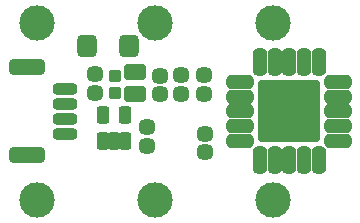
<source format=gbr>
%TF.GenerationSoftware,KiCad,Pcbnew,7.0.8-7.0.8~ubuntu23.04.1*%
%TF.CreationDate,2023-11-13T00:47:01+00:00*%
%TF.ProjectId,TFCO201,5446434f-3230-4312-9e6b-696361645f70,rev?*%
%TF.SameCoordinates,Original*%
%TF.FileFunction,Soldermask,Bot*%
%TF.FilePolarity,Negative*%
%FSLAX46Y46*%
G04 Gerber Fmt 4.6, Leading zero omitted, Abs format (unit mm)*
G04 Created by KiCad (PCBNEW 7.0.8-7.0.8~ubuntu23.04.1) date 2023-11-13 00:47:01*
%MOMM*%
%LPD*%
G01*
G04 APERTURE LIST*
G04 Aperture macros list*
%AMRoundRect*
0 Rectangle with rounded corners*
0 $1 Rounding radius*
0 $2 $3 $4 $5 $6 $7 $8 $9 X,Y pos of 4 corners*
0 Add a 4 corners polygon primitive as box body*
4,1,4,$2,$3,$4,$5,$6,$7,$8,$9,$2,$3,0*
0 Add four circle primitives for the rounded corners*
1,1,$1+$1,$2,$3*
1,1,$1+$1,$4,$5*
1,1,$1+$1,$6,$7*
1,1,$1+$1,$8,$9*
0 Add four rect primitives between the rounded corners*
20,1,$1+$1,$2,$3,$4,$5,0*
20,1,$1+$1,$4,$5,$6,$7,0*
20,1,$1+$1,$6,$7,$8,$9,0*
20,1,$1+$1,$8,$9,$2,$3,0*%
G04 Aperture macros list end*
%ADD10C,3.000000*%
%ADD11RoundRect,0.366667X0.458333X0.583333X-0.458333X0.583333X-0.458333X-0.583333X0.458333X-0.583333X0*%
%ADD12RoundRect,0.366667X-0.458333X-0.583333X0.458333X-0.583333X0.458333X0.583333X-0.458333X0.583333X0*%
%ADD13RoundRect,0.418750X0.256250X-0.218750X0.256250X0.218750X-0.256250X0.218750X-0.256250X-0.218750X0*%
%ADD14RoundRect,0.200000X-0.350000X0.300000X-0.350000X-0.300000X0.350000X-0.300000X0.350000X0.300000X0*%
%ADD15RoundRect,0.350000X0.700000X-0.150000X0.700000X0.150000X-0.700000X0.150000X-0.700000X-0.150000X0*%
%ADD16RoundRect,0.450000X1.100000X-0.250000X1.100000X0.250000X-1.100000X0.250000X-1.100000X-0.250000X0*%
%ADD17RoundRect,0.418750X-0.256250X0.218750X-0.256250X-0.218750X0.256250X-0.218750X0.256250X0.218750X0*%
%ADD18RoundRect,0.200000X0.698500X-0.444500X0.698500X0.444500X-0.698500X0.444500X-0.698500X-0.444500X0*%
%ADD19RoundRect,0.200000X0.325000X-0.530000X0.325000X0.530000X-0.325000X0.530000X-0.325000X-0.530000X0*%
%ADD20RoundRect,0.412500X0.212500X-0.737500X0.212500X0.737500X-0.212500X0.737500X-0.212500X-0.737500X0*%
%ADD21RoundRect,0.412500X0.737500X-0.212500X0.737500X0.212500X-0.737500X0.212500X-0.737500X-0.212500X0*%
%ADD22RoundRect,0.200000X2.400000X-2.400000X2.400000X2.400000X-2.400000X2.400000X-2.400000X-2.400000X0*%
G04 APERTURE END LIST*
D10*
%TO.C,M4*%
X12500000Y15000000D03*
%TD*%
%TO.C,M2*%
X12500000Y0D03*
%TD*%
%TO.C,M6*%
X2500000Y15000000D03*
%TD*%
%TO.C,M5*%
X22500000Y0D03*
%TD*%
%TO.C,M1*%
X22500000Y15000000D03*
%TD*%
%TO.C,M3*%
X2500000Y0D03*
%TD*%
D11*
%TO.C,D2*%
X10300000Y13000000D03*
D12*
X6700000Y13000000D03*
%TD*%
D13*
%TO.C,C4*%
X11811000Y4572000D03*
X11811000Y6147000D03*
%TD*%
D14*
%TO.C,D1*%
X9071000Y9075000D03*
X9071000Y10475000D03*
%TD*%
D15*
%TO.C,J1*%
X4847200Y5625000D03*
X4847200Y6875000D03*
X4847200Y8125000D03*
X4847200Y9375000D03*
D16*
X1647200Y3775000D03*
X1647200Y11225000D03*
%TD*%
D17*
%TO.C,C5*%
X16764000Y5613500D03*
X16764000Y4038500D03*
%TD*%
D13*
%TO.C,C1*%
X12896000Y8962500D03*
X12896000Y10537500D03*
%TD*%
D18*
%TO.C,C3*%
X10821000Y8947500D03*
X10821000Y10852500D03*
%TD*%
D19*
%TO.C,U3*%
X9967000Y4996000D03*
X9017000Y4996000D03*
X8067000Y4996000D03*
X8067000Y7196000D03*
X9967000Y7196000D03*
%TD*%
D17*
%TO.C,R3*%
X16637000Y10566500D03*
X16637000Y8991500D03*
%TD*%
%TO.C,R10*%
X14732000Y10566500D03*
X14732000Y8991500D03*
%TD*%
D20*
%TO.C,U2*%
X26376000Y3350000D03*
X25126000Y3350000D03*
X23876000Y3350000D03*
X22626000Y3350000D03*
X21376000Y3350000D03*
D21*
X19726000Y5000000D03*
X19726000Y6250000D03*
X19726000Y7500000D03*
X19726000Y8750000D03*
X19726000Y10000000D03*
D20*
X21376000Y11650000D03*
X22626000Y11650000D03*
X23876000Y11650000D03*
X25126000Y11650000D03*
X26376000Y11650000D03*
D21*
X28026000Y10000000D03*
X28026000Y8750000D03*
X28026000Y7500000D03*
X28026000Y6250000D03*
X28026000Y5000000D03*
D22*
X23876000Y7500000D03*
%TD*%
D13*
%TO.C,R1*%
X7421000Y9062500D03*
X7421000Y10637500D03*
%TD*%
M02*

</source>
